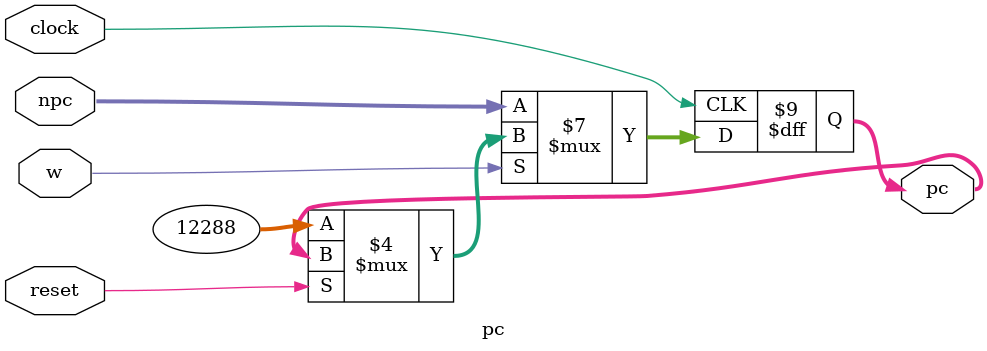
<source format=v>
module pc(pc,clock,reset,npc,w);

output reg [31:0] pc;
input clock;
input reset;
input [31:0] npc;

input w;

always@(posedge clock) 
begin
	if(w==0) 
		pc<=npc;
	else if(reset==0)
		pc<=32'h0000_3000;
end
endmodule
  
</source>
